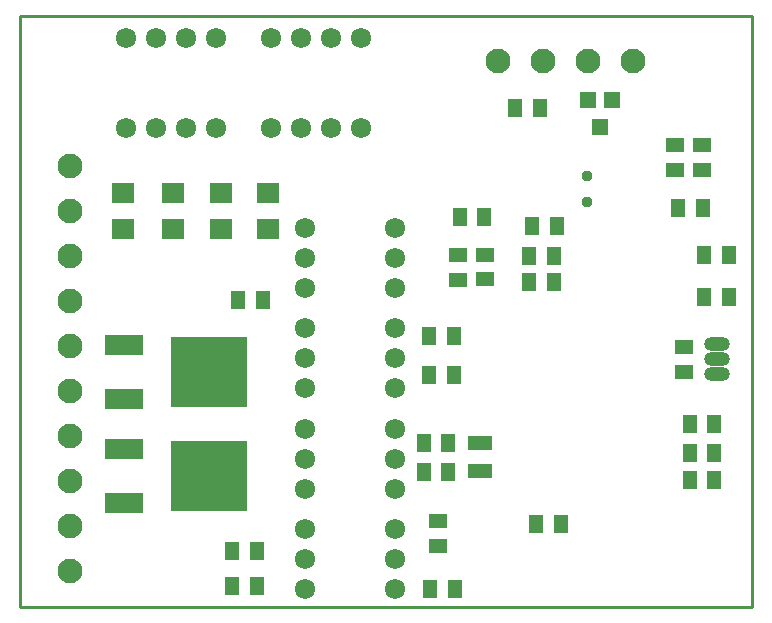
<source format=gbs>
%FSLAX25Y25*%
%MOIN*%
G70*
G01*
G75*
G04 Layer_Color=16711935*
%ADD10R,0.07087X0.08268*%
%ADD11R,0.04331X0.05512*%
%ADD12R,0.10039X0.07677*%
%ADD13R,0.05512X0.04331*%
%ADD14R,0.04331X0.02362*%
%ADD15R,0.24410X0.22835*%
%ADD16R,0.11811X0.06299*%
G04:AMPARAMS|DCode=17|XSize=9.84mil|YSize=70.87mil|CornerRadius=0mil|HoleSize=0mil|Usage=FLASHONLY|Rotation=135.000|XOffset=0mil|YOffset=0mil|HoleType=Round|Shape=Round|*
%AMOVALD17*
21,1,0.06102,0.00984,0.00000,0.00000,225.0*
1,1,0.00984,0.02158,0.02158*
1,1,0.00984,-0.02158,-0.02158*
%
%ADD17OVALD17*%

G04:AMPARAMS|DCode=18|XSize=9.84mil|YSize=70.87mil|CornerRadius=0mil|HoleSize=0mil|Usage=FLASHONLY|Rotation=45.000|XOffset=0mil|YOffset=0mil|HoleType=Round|Shape=Round|*
%AMOVALD18*
21,1,0.06102,0.00984,0.00000,0.00000,135.0*
1,1,0.00984,0.02158,-0.02158*
1,1,0.00984,-0.02158,0.02158*
%
%ADD18OVALD18*%

%ADD19R,0.07087X0.09055*%
%ADD20R,0.02362X0.11811*%
%ADD21O,0.08661X0.02362*%
%ADD22R,0.02756X0.03150*%
%ADD23R,0.06000X0.07000*%
%ADD24R,0.06299X0.12598*%
%ADD25O,0.07480X0.02362*%
%ADD26C,0.00984*%
%ADD27C,0.01181*%
%ADD28C,0.01500*%
%ADD29C,0.01969*%
%ADD30C,0.01575*%
%ADD31C,0.07874*%
%ADD32C,0.00800*%
%ADD33C,0.05906*%
%ADD34C,0.03937*%
%ADD35C,0.01000*%
%ADD36C,0.07480*%
%ADD37C,0.06000*%
%ADD38O,0.07874X0.03937*%
%ADD39O,0.07874X0.03937*%
%ADD40C,0.02362*%
%ADD41R,0.07000X0.06000*%
G04:AMPARAMS|DCode=42|XSize=23.62mil|YSize=23.62mil|CornerRadius=1.18mil|HoleSize=0mil|Usage=FLASHONLY|Rotation=90.000|XOffset=0mil|YOffset=0mil|HoleType=Round|Shape=RoundedRectangle|*
%AMROUNDEDRECTD42*
21,1,0.02362,0.02126,0,0,90.0*
21,1,0.02126,0.02362,0,0,90.0*
1,1,0.00236,0.01063,0.01063*
1,1,0.00236,0.01063,-0.01063*
1,1,0.00236,-0.01063,-0.01063*
1,1,0.00236,-0.01063,0.01063*
%
%ADD42ROUNDEDRECTD42*%
%ADD43R,0.04600X0.04600*%
%ADD44R,0.07480X0.04331*%
%ADD45C,0.00827*%
%ADD46C,0.02362*%
%ADD47C,0.00787*%
%ADD48C,0.00591*%
%ADD49C,0.00394*%
%ADD50C,0.00669*%
%ADD51R,0.07874X0.09055*%
%ADD52R,0.05118X0.06299*%
%ADD53R,0.10827X0.08465*%
%ADD54R,0.06299X0.05118*%
%ADD55R,0.05118X0.03150*%
%ADD56R,0.25197X0.23622*%
%ADD57R,0.12598X0.07087*%
G04:AMPARAMS|DCode=58|XSize=17.72mil|YSize=78.74mil|CornerRadius=0mil|HoleSize=0mil|Usage=FLASHONLY|Rotation=135.000|XOffset=0mil|YOffset=0mil|HoleType=Round|Shape=Round|*
%AMOVALD58*
21,1,0.06102,0.01772,0.00000,0.00000,225.0*
1,1,0.01772,0.02158,0.02158*
1,1,0.01772,-0.02158,-0.02158*
%
%ADD58OVALD58*%

G04:AMPARAMS|DCode=59|XSize=17.72mil|YSize=78.74mil|CornerRadius=0mil|HoleSize=0mil|Usage=FLASHONLY|Rotation=45.000|XOffset=0mil|YOffset=0mil|HoleType=Round|Shape=Round|*
%AMOVALD59*
21,1,0.06102,0.01772,0.00000,0.00000,135.0*
1,1,0.01772,0.02158,-0.02158*
1,1,0.01772,-0.02158,0.02158*
%
%ADD59OVALD59*%

%ADD60R,0.07874X0.09843*%
%ADD61R,0.03150X0.12598*%
%ADD62O,0.09449X0.03150*%
%ADD63R,0.03543X0.03937*%
%ADD64R,0.06787X0.07787*%
%ADD65R,0.07087X0.13386*%
%ADD66O,0.08268X0.03150*%
%ADD67C,0.08268*%
%ADD68C,0.06787*%
%ADD69O,0.08661X0.04724*%
%ADD70O,0.08661X0.04724*%
%ADD71R,0.07787X0.06787*%
G04:AMPARAMS|DCode=72|XSize=31.5mil|YSize=31.5mil|CornerRadius=5.12mil|HoleSize=0mil|Usage=FLASHONLY|Rotation=90.000|XOffset=0mil|YOffset=0mil|HoleType=Round|Shape=RoundedRectangle|*
%AMROUNDEDRECTD72*
21,1,0.03150,0.02126,0,0,90.0*
21,1,0.02126,0.03150,0,0,90.0*
1,1,0.01024,0.01063,0.01063*
1,1,0.01024,0.01063,-0.01063*
1,1,0.01024,-0.01063,-0.01063*
1,1,0.01024,-0.01063,0.01063*
%
%ADD72ROUNDEDRECTD72*%
%ADD73R,0.05387X0.05387*%
%ADD74R,0.07880X0.04731*%
D35*
X0Y0D02*
Y196850D01*
X244094D01*
Y0D02*
Y196850D01*
X0Y0D02*
X244094D01*
D52*
X78937Y18701D02*
D03*
X70669D02*
D03*
X144685Y77165D02*
D03*
X136417D02*
D03*
X78937Y6890D02*
D03*
X70669D02*
D03*
X236417Y103347D02*
D03*
X228150D02*
D03*
X145079Y5906D02*
D03*
X136811D02*
D03*
X144685Y90158D02*
D03*
X136417D02*
D03*
X80905Y102362D02*
D03*
X72638D02*
D03*
X173425Y166142D02*
D03*
X165157D02*
D03*
X219291Y132874D02*
D03*
X227559D02*
D03*
X236417Y117126D02*
D03*
X228150D02*
D03*
X223228Y61024D02*
D03*
X231496D02*
D03*
X231496Y51181D02*
D03*
X223228D02*
D03*
X231496Y42323D02*
D03*
X223228D02*
D03*
X172047Y27559D02*
D03*
X180315D02*
D03*
X142815Y54626D02*
D03*
X134547D02*
D03*
X142815Y44783D02*
D03*
X134547D02*
D03*
X177953Y108071D02*
D03*
X169685D02*
D03*
X177953Y116929D02*
D03*
X169685D02*
D03*
X179035Y126772D02*
D03*
X170768D02*
D03*
X146555Y129823D02*
D03*
X154823D02*
D03*
D54*
X139370Y20276D02*
D03*
Y28543D02*
D03*
X227362Y145473D02*
D03*
X227362Y153740D02*
D03*
X218504Y145473D02*
D03*
Y153740D02*
D03*
X221457Y86516D02*
D03*
Y78248D02*
D03*
X155118Y109055D02*
D03*
Y117323D02*
D03*
X145965Y108957D02*
D03*
Y117225D02*
D03*
D56*
X62992Y78248D02*
D03*
X62992Y43406D02*
D03*
D57*
X34646Y87264D02*
D03*
Y69232D02*
D03*
Y52421D02*
D03*
Y34390D02*
D03*
D67*
X16732Y131811D02*
D03*
Y146811D02*
D03*
Y116811D02*
D03*
Y101811D02*
D03*
Y86811D02*
D03*
Y71811D02*
D03*
Y56811D02*
D03*
Y41811D02*
D03*
Y26811D02*
D03*
Y11811D02*
D03*
X204449Y181890D02*
D03*
X189449D02*
D03*
X174449D02*
D03*
X159449D02*
D03*
D68*
X83661Y159449D02*
D03*
X93661D02*
D03*
X103661D02*
D03*
X113661D02*
D03*
Y189449D02*
D03*
X103661D02*
D03*
X93661D02*
D03*
X83661D02*
D03*
X95000Y5906D02*
D03*
X95000Y15906D02*
D03*
Y25906D02*
D03*
X125000D02*
D03*
X125000Y15906D02*
D03*
Y5906D02*
D03*
X95000Y39370D02*
D03*
Y49370D02*
D03*
X95000Y59370D02*
D03*
X125000Y59370D02*
D03*
Y49370D02*
D03*
X125000Y39370D02*
D03*
X95000Y106299D02*
D03*
Y116299D02*
D03*
Y126299D02*
D03*
X125000Y126299D02*
D03*
X125000Y116299D02*
D03*
Y106299D02*
D03*
X95000Y72835D02*
D03*
Y82835D02*
D03*
X95000Y92835D02*
D03*
X125000Y92835D02*
D03*
X125000Y82835D02*
D03*
Y72835D02*
D03*
X35433Y159449D02*
D03*
X45433D02*
D03*
X55433D02*
D03*
X65433D02*
D03*
Y189449D02*
D03*
X55433D02*
D03*
X45433D02*
D03*
X35433D02*
D03*
D69*
X232283Y77677D02*
D03*
Y82677D02*
D03*
D70*
Y87677D02*
D03*
D71*
X82677Y137890D02*
D03*
Y125890D02*
D03*
X66929Y137890D02*
D03*
Y125890D02*
D03*
X51181Y137890D02*
D03*
Y125890D02*
D03*
X34449Y137890D02*
D03*
Y125890D02*
D03*
D72*
X188976Y134744D02*
D03*
Y143406D02*
D03*
D73*
X189370Y168898D02*
D03*
X197370D02*
D03*
X193370Y159898D02*
D03*
D74*
X153445Y54626D02*
D03*
X153445Y45177D02*
D03*
M02*

</source>
